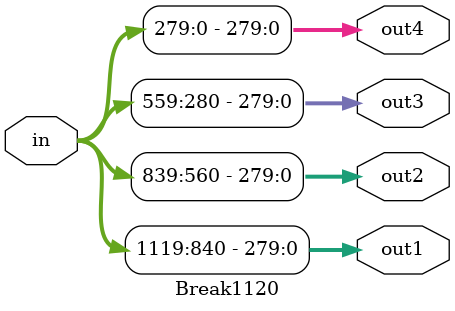
<source format=v>
module Break1120(in, out1, out2, out3, out4);
    input [1119:0] in;
    output [279:0] out1, out2, out3, out4;

    assign out1 = in[1119:840];
    assign out2 = in[839:560];
    assign out3 = in[559:280];
    assign out4 = in[279:0];


endmodule

</source>
